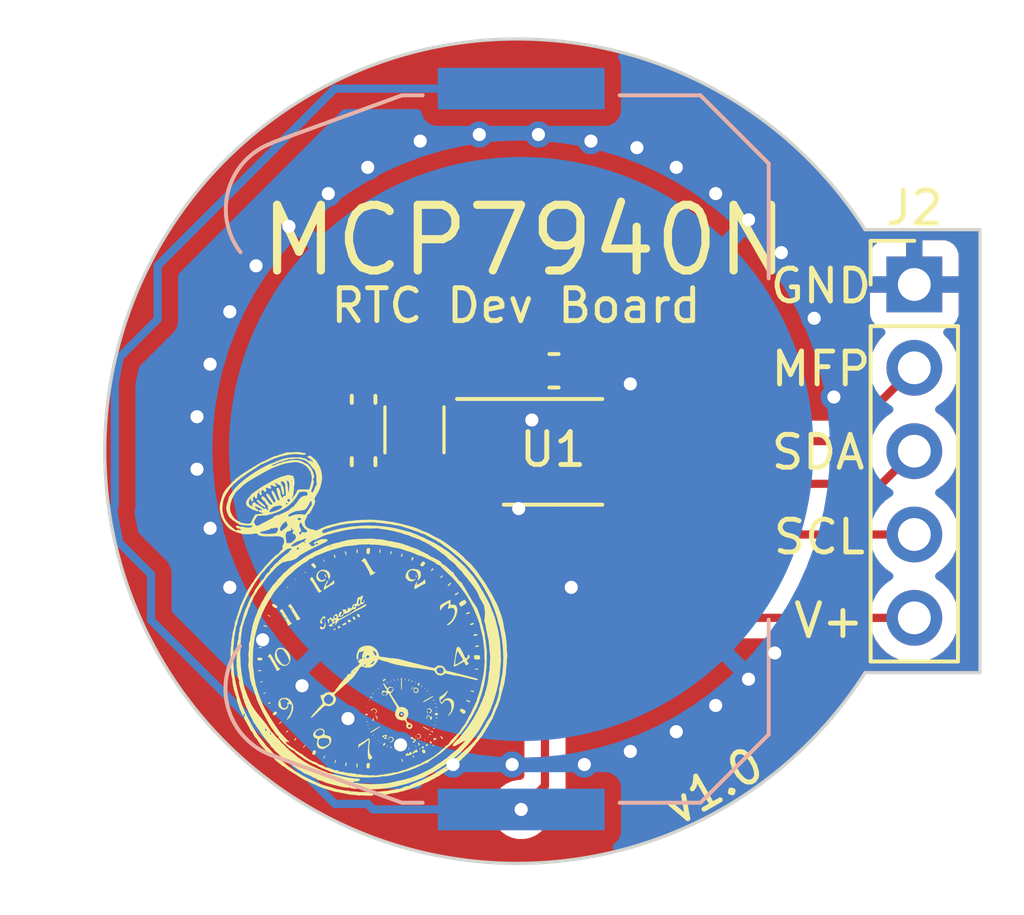
<source format=kicad_pcb>
(kicad_pcb (version 20221018) (generator pcbnew)
  (layers (0 "F.Cu" signal) (31 "B.Cu" signal) (34 "B.Paste" user) (35 "F.Paste" user) (36 "B.SilkS" user "B.Silkscreen") (37 "F.SilkS" user "F.Silkscreen") (38 "B.Mask" user) (39 "F.Mask" user) (44 "Edge.Cuts" user))
  (net 0 "")
  (net 1 "+BATT")
  (net 2 "GND")
  (net 3 "Net-(U1-X2)")
  (net 4 "Net-(U1-X1)")
  (net 5 "VCC")
  (net 6 "Net-(J2-Pin_2)")
  (net 7 "Net-(J2-Pin_3)")
  (net 8 "Net-(J2-Pin_4)")
  (footprint "Capacitor_SMD:C_0402_1005Metric" (layer "F.Cu") (at 146.475 102.57 -90)
    (fp_text reference "C1" hide)
    (fp_text value "14pF" hide)
    (pad "1" smd roundrect (at -0.48 0 270) (size 0.56 0.62) (layers "F.Cu" "F.Paste" "F.Mask") (net 3 "Net-(U1-X2)"))
    (pad "2" smd roundrect (at 0.48 0 270) (size 0.56 0.62) (layers "F.Cu" "F.Paste" "F.Mask") (net 2 "GND"))
  )
  (footprint "Package_SO:MSOP-8_3x3mm_P0.65mm" (layer "F.Cu") (at 152.245 102.27)
    (fp_text reference "U1" (at 0 -0.07) (layer "F.SilkS"))
    (fp_text value "MCP7940N-xMS" hide)
    (pad "1" smd roundrect (at -2.1125 -0.975) (size 1.625 0.4) (layers "F.Cu" "F.Paste" "F.Mask") (net 4 "Net-(U1-X1)"))
    (pad "2" smd roundrect (at -2.1125 -0.325) (size 1.625 0.4) (layers "F.Cu" "F.Paste" "F.Mask") (net 3 "Net-(U1-X2)"))
    (pad "3" smd roundrect (at -2.1125 0.325) (size 1.625 0.4) (layers "F.Cu" "F.Paste" "F.Mask") (net 1 "+BATT"))
    (pad "4" smd roundrect (at -2.1125 0.975) (size 1.625 0.4) (layers "F.Cu" "F.Paste" "F.Mask") (net 2 "GND"))
    (pad "5" smd roundrect (at 2.1125 0.975) (size 1.625 0.4) (layers "F.Cu" "F.Paste" "F.Mask") (net 7 "Net-(J2-Pin_3)"))
    (pad "6" smd roundrect (at 2.1125 0.325) (size 1.625 0.4) (layers "F.Cu" "F.Paste" "F.Mask") (net 8 "Net-(J2-Pin_4)"))
    (pad "7" smd roundrect (at 2.1125 -0.325) (size 1.625 0.4) (layers "F.Cu" "F.Paste" "F.Mask") (net 6 "Net-(J2-Pin_2)"))
    (pad "8" smd roundrect (at 2.1125 -0.975) (size 1.625 0.4) (layers "F.Cu" "F.Paste" "F.Mask") (net 5 "VCC"))
  )
  (footprint "Capacitor_SMD:C_0603_1608Metric" (layer "F.Cu") (at 152.275 99.8 180)
    (fp_text reference "C3" hide)
    (fp_text value "0.1uF" hide)
    (pad "1" smd roundrect (at -0.775 0 180) (size 0.9 0.95) (layers "F.Cu" "F.Paste" "F.Mask") (net 5 "VCC"))
    (pad "2" smd roundrect (at 0.775 0 180) (size 0.9 0.95) (layers "F.Cu" "F.Paste" "F.Mask") (net 2 "GND"))
  )
  (footprint "LOGO" (layer "F.Cu") (at 146 107.4 30)
    (fp_text reference "G***" hide)
    (fp_text value "LOGO" hide)
  )
  (footprint "MCP7940N-Devboard:Crystal_SMD_SeikoEpson_MA505-2Pin_3.5x1.8mm" (layer "F.Cu") (at 148.025 101.6 90)
    (fp_text reference "Y1" hide)
    (fp_text value "32.768 K HZ" hide)
    (pad "1" smd rect (at -1.25 0 90) (size 1 1.8) (layers "F.Cu" "F.Paste" "F.Mask") (net 3 "Net-(U1-X2)"))
    (pad "2" smd rect (at 1.25 0 90) (size 1 1.8) (layers "F.Cu" "F.Paste" "F.Mask") (net 4 "Net-(U1-X1)"))
  )
  (footprint "Capacitor_SMD:C_0402_1005Metric" (layer "F.Cu") (at 146.475 100.67 90)
    (fp_text reference "C2" hide)
    (fp_text value "14pF" hide)
    (pad "1" smd roundrect (at -0.48 0 90) (size 0.56 0.62) (layers "F.Cu" "F.Paste" "F.Mask") (net 4 "Net-(U1-X1)"))
    (pad "2" smd roundrect (at 0.48 0 90) (size 0.56 0.62) (layers "F.Cu" "F.Paste" "F.Mask") (net 2 "GND"))
  )
  (footprint "Connector_PinHeader_2.54mm:PinHeader_1x05_P2.54mm_Vertical" (layer "F.Cu") (at 163.25 97.17)
    (fp_text reference "J2" (at 0 -2.33) (layer "F.SilkS"))
    (fp_text value "Conn_01x05" hide)
    (pad "1" thru_hole rect (at 0 0) (size 1.7 1.7) (drill 1) (layers "*.Cu" "*.Mask") (net 2 "GND"))
    (pad "2" thru_hole oval (at 0 2.54) (size 1.7 1.7) (drill 1) (layers "*.Cu" "*.Mask") (net 6 "Net-(J2-Pin_2)"))
    (pad "3" thru_hole oval (at 0 5.08) (size 1.7 1.7) (drill 1) (layers "*.Cu" "*.Mask") (net 7 "Net-(J2-Pin_3)"))
    (pad "4" thru_hole oval (at 0 7.62) (size 1.7 1.7) (drill 1) (layers "*.Cu" "*.Mask") (net 8 "Net-(J2-Pin_4)"))
    (pad "5" thru_hole oval (at 0 10.16) (size 1.7 1.7) (drill 1) (layers "*.Cu" "*.Mask") (net 5 "VCC"))
  )
  (footprint "Battery:BatteryHolder_Keystone_3034_1x20mm" (layer "B.Cu") (at 151.275 102.185 90)
    (fp_text reference "BT1" hide)
    (fp_text value "Battery" hide)
    (pad "1" smd rect (at -10.985 0 90) (size 1.27 5.08) (layers "B.Cu" "B.Paste" "B.Mask") (net 1 "+BATT"))
    (pad "1" smd rect (at 10.985 0 90) (size 1.27 5.08) (layers "B.Cu" "B.Paste" "B.Mask") (net 1 "+BATT"))
    (pad "2" smd circle (at 0 0 90) (size 17.8 17.8) (layers "B.Cu" "B.Mask") (net 2 "GND"))
  )
  (gr_line (start 165.25 109) (end 161.75 109) (stroke (width 0.1)) (layer "Edge.Cuts"))
  (gr_line (start 165.25 95.5) (end 165.25 109) (stroke (width 0.1)) (layer "Edge.Cuts"))
  (gr_arc (start 161.75 109) (mid 138.5918 102.25) (end 161.75 95.5) (stroke (width 0.1)) (layer "Edge.Cuts"))
  (gr_line (start 161.75 95.5) (end 165.25 95.5) (stroke (width 0.1)) (layer "Edge.Cuts"))
  (gr_text "v1.0" (at 156 113.8 30) (layer "F.SilkS") (effects (font (size 1 1)) (justify left bottom)))
  (gr_text "MFP" (at 158.809469 100.3293) (layer "F.SilkS") (effects (font (size 1 1)) (justify left bottom)))
  (gr_text "GND" (at 158.783542 97.801388) (layer "F.SilkS") (effects (font (size 1 1)) (justify left bottom)))
  (gr_text "SDA" (at 158.815597 102.868774) (layer "F.SilkS") (effects (font (size 1 1)) (justify left bottom)))
  (gr_text "SCL" (at 158.877425 105.452703) (layer "F.SilkS") (effects (font (size 1 1)) (justify left bottom)))
  (gr_text "MCP7940N" (at 143.2 97) (layer "F.SilkS") (effects (font (size 2 2) (thickness 0.25)) (justify left bottom)))
  (gr_text "RTC Dev Board" (at 145.4 98.4) (layer "F.SilkS") (effects (font (size 1 1)) (justify left bottom)))
  (gr_text "V+" (at 159.5 108) (layer "F.SilkS") (effects (font (size 1 1)) (justify left bottom)))
  (segment (start 150.1325 102.595) (end 151.620305 102.595) (width 0.25) (layer "F.Cu") (net 1))
  (segment (start 151.620305 102.595) (end 152 102.974695) (width 0.25) (layer "F.Cu") (net 1))
  (segment (start 152 112.445) (end 151.275 113.17) (width 0.25) (layer "F.Cu") (net 1))
  (segment (start 152 102.974695) (end 152 112.445) (width 0.25) (layer "F.Cu") (net 1))
  (via (at 151.275 113.17) (size 0.8) (drill 0.4) (layers "F.Cu" "B.Cu") (net 1))
  (segment (start 140.2 98.230952) (end 139.059352 99.3716) (width 0.25) (layer "B.Cu") (net 1))
  (segment (start 139.036437 99.459646) (end 138.898039 100.149368) (width 0.25) (layer "B.Cu") (net 1))
  (segment (start 146.6 113) (end 146.77 113.17) (width 0.25) (layer "B.Cu") (net 1))
  (segment (start 151.275 91.2) (end 145.6 91.2) (width 0.25) (layer "B.Cu") (net 1))
  (segment (start 138.898039 103.910511) (end 138.843179 103.965371) (width 0.25) (layer "B.Cu") (net 1))
  (segment (start 140.2 96.6) (end 140.2 98.230952) (width 0.25) (layer "B.Cu") (net 1))
  (segment (start 145.6 113) (end 146.6 113) (width 0.25) (layer "B.Cu") (net 1))
  (segment (start 138.898039 104.350632) (end 139.036437 105.040354) (width 0.25) (layer "B.Cu") (net 1))
  (segment (start 138.898039 100.149368) (end 138.898039 103.910511) (width 0.25) (layer "B.Cu") (net 1))
  (segment (start 139.059352 99.3716) (end 139.036437 99.459646) (width 0.25) (layer "B.Cu") (net 1))
  (segment (start 145.6 91.2) (end 140.2 96.6) (width 0.25) (layer "B.Cu") (net 1))
  (segment (start 140 106.003917) (end 140 107.4) (width 0.25) (layer "B.Cu") (net 1))
  (segment (start 138.843179 103.965371) (end 138.898039 104.350632) (width 0.25) (layer "B.Cu") (net 1))
  (segment (start 146.77 113.17) (end 151.275 113.17) (width 0.25) (layer "B.Cu") (net 1))
  (segment (start 139.036437 105.040354) (end 140 106.003917) (width 0.25) (layer "B.Cu") (net 1))
  (segment (start 140 107.4) (end 145.6 113) (width 0.25) (layer "B.Cu") (net 1))
  (via (at 144.6 109.4) (size 0.8) (drill 0.4) (layers "F.Cu" "B.Cu") (net 2))
  (via (at 154.8 93) (size 0.8) (drill 0.4) (layers "F.Cu" "B.Cu") (net 2))
  (via (at 151.2 104) (size 0.8) (drill 0.4) (layers "F.Cu" "B.Cu") (net 2))
  (via (at 154.6 100.2) (size 0.8) (drill 0.4) (layers "F.Cu" "B.Cu") (net 2))
  (via (at 143.4 108) (size 0.8) (drill 0.4) (layers "F.Cu" "B.Cu") (net 2))
  (via (at 148.2 92.8) (size 0.8) (drill 0.4) (layers "F.Cu" "B.Cu") (net 2))
  (via (at 150 92.6) (size 0.8) (drill 0.4) (layers "F.Cu" "B.Cu") (net 2))
  (via (at 158.2 109.2) (size 0.8) (drill 0.4) (layers "F.Cu" "B.Cu") (net 2))
  (via (at 143.2 96.6) (size 0.8) (drill 0.4) (layers "F.Cu" "B.Cu") (net 2))
  (via (at 153.4 92.8) (size 0.8) (drill 0.4) (layers "F.Cu" "B.Cu") (net 2))
  (via (at 159.2 96.2) (size 0.8) (drill 0.4) (layers "F.Cu" "B.Cu") (net 2))
  (via (at 156 93.6) (size 0.8) (drill 0.4) (layers "F.Cu" "B.Cu") (net 2))
  (via (at 158.2 95.2) (size 0.8) (drill 0.4) (layers "F.Cu" "B.Cu") (net 2))
  (via (at 141.8 99.6) (size 0.8) (drill 0.4) (layers "F.Cu" "B.Cu") (net 2))
  (via (at 145.4 94.4) (size 0.8) (drill 0.4) (layers "F.Cu" "B.Cu") (net 2))
  (via (at 151 111.8) (size 0.8) (drill 0.4) (layers "F.Cu" "B.Cu") (net 2))
  (via (at 153.2 111.8) (size 0.8) (drill 0.4) (layers "F.Cu" "B.Cu") (net 2))
  (via (at 151.8 92.6) (size 0.8) (drill 0.4) (layers "F.Cu" "B.Cu") (net 2))
  (via (at 152.8 106.4) (size 0.8) (drill 0.4) (layers "F.Cu" "B.Cu") (net 2))
  (via (at 160.2 98.2) (size 0.8) (drill 0.4) (layers "F.Cu" "B.Cu") (net 2))
  (via (at 159 108.4) (size 0.8) (drill 0.4) (layers "F.Cu" "B.Cu") (net 2))
  (via (at 154.6 111.4) (size 0.8) (drill 0.4) (layers "F.Cu" "B.Cu") (net 2))
  (via (at 144.2 95.4) (size 0.8) (drill 0.4) (layers "F.Cu" "B.Cu") (net 2))
  (via (at 141.8 104.6) (size 0.8) (drill 0.4) (layers "F.Cu" "B.Cu") (net 2))
  (via (at 141.4 102.8) (size 0.8) (drill 0.4) (layers "F.Cu" "B.Cu") (net 2))
  (via (at 160.8 100.6) (size 0.8) (drill 0.4) (layers "F.Cu" "B.Cu") (net 2))
  (via (at 147.6 111.2) (size 0.8) (drill 0.4) (layers "F.Cu" "B.Cu") (net 2))
  (via (at 157.2 110) (size 0.8) (drill 0.4) (layers "F.Cu" "B.Cu") (net 2))
  (via (at 142.4 106.4) (size 0.8) (drill 0.4) (layers "F.Cu" "B.Cu") (net 2))
  (via (at 141.4 101.2) (size 0.8) (drill 0.4) (layers "F.Cu" "B.Cu") (net 2))
  (via (at 149.2 111.8) (size 0.8) (drill 0.4) (layers "F.Cu" "B.Cu") (net 2))
  (via (at 142.4 98) (size 0.8) (drill 0.4) (layers "F.Cu" "B.Cu") (net 2))
  (via (at 151.6 101.3) (size 0.8) (drill 0.4) (layers "F.Cu" "B.Cu") (net 2))
  (via (at 146.6 93.6) (size 0.8) (drill 0.4) (layers "F.Cu" "B.Cu") (net 2))
  (via (at 157.2 94.4) (size 0.8) (drill 0.4) (layers "F.Cu" "B.Cu") (net 2))
  (via (at 146 110.4) (size 0.8) (drill 0.4) (layers "F.Cu" "B.Cu") (net 2))
  (via (at 156 110.8) (size 0.8) (drill 0.4) (layers "F.Cu" "B.Cu") (net 2))
  (segment (start 148.025 102.85) (end 148.025 101.995) (width 0.25) (layer "F.Cu") (net 3))
  (segment (start 148.025 101.995) (end 147.975 101.945) (width 0.25) (layer "F.Cu") (net 3))
  (segment (start 146.62 101.945) (end 146.475 102.09) (width 0.25) (layer "F.Cu") (net 3))
  (segment (start 150.1325 101.945) (end 147.975 101.945) (width 0.25) (layer "F.Cu") (net 3))
  (segment (start 147.975 101.945) (end 146.62 101.945) (width 0.25) (layer "F.Cu") (net 3))
  (segment (start 150.1325 101.295) (end 147.975 101.295) (width 0.25) (layer "F.Cu") (net 4))
  (segment (start 146.62 101.295) (end 146.475 101.15) (width 0.25) (layer "F.Cu") (net 4))
  (segment (start 148.025 100.35) (end 148.025 101.245) (width 0.25) (layer "F.Cu") (net 4))
  (segment (start 147.975 101.295) (end 146.62 101.295) (width 0.25) (layer "F.Cu") (net 4))
  (segment (start 148.025 101.245) (end 147.975 101.295) (width 0.25) (layer "F.Cu") (net 4))
  (segment (start 153.05 99.8) (end 153.05 99.9875) (width 0.25) (layer "F.Cu") (net 5))
  (segment (start 154.3575 101.295) (end 153.593958 101.295) (width 0.25) (layer "F.Cu") (net 5))
  (segment (start 152.6 105) (end 154.93 107.33) (width 0.25) (layer "F.Cu") (net 5))
  (segment (start 154.93 107.33) (end 163.25 107.33) (width 0.25) (layer "F.Cu") (net 5))
  (segment (start 153.593958 101.295) (end 152.6 102.288958) (width 0.25) (layer "F.Cu") (net 5))
  (segment (start 152.6 102.288958) (end 152.6 105) (width 0.25) (layer "F.Cu") (net 5))
  (segment (start 153.05 99.9875) (end 154.3575 101.295) (width 0.25) (layer "F.Cu") (net 5))
  (segment (start 161.015 101.945) (end 163.25 99.71) (width 0.25) (layer "F.Cu") (net 6))
  (segment (start 154.3575 101.945) (end 161.015 101.945) (width 0.25) (layer "F.Cu") (net 6))
  (segment (start 162.255 103.245) (end 163.25 102.25) (width 0.25) (layer "F.Cu") (net 7))
  (segment (start 154.3575 103.245) (end 162.255 103.245) (width 0.25) (layer "F.Cu") (net 7))
  (segment (start 153.05 104.25) (end 153.59 104.79) (width 0.25) (layer "F.Cu") (net 8))
  (segment (start 153.59 104.79) (end 163.25 104.79) (width 0.25) (layer "F.Cu") (net 8))
  (segment (start 153.05 103.09) (end 153.05 104.25) (width 0.25) (layer "F.Cu") (net 8))
  (segment (start 153.545 102.595) (end 153.05 103.09) (width 0.25) (layer "F.Cu") (net 8))
  (segment (start 154.3575 102.595) (end 153.545 102.595) (width 0.25) (layer "F.Cu") (net 8))
  (zone (net 2) (net_name "GND") (layer "F.Cu") (connect_pads (clearance 0.5)) (min_thickness 0.25) (fill yes (thermal_gap 0.5) (thermal_bridge_width 0.5))
    (polygon (pts (xy 137.1 88.5) (xy 166.5 88.6) (xy 166.3 116.4) (xy 136.4 116.3)))
  )
  (zone (net 2) (net_name "GND") (layer "B.Cu") (priority 1) (connect_pads (clearance 0.5)) (min_thickness 0.25) (fill yes (thermal_gap 0.5) (thermal_bridge_width 0.5))
    (polygon (pts (xy 137 88.7) (xy 166.6 88.7) (xy 166.3 116.1) (xy 137.1 116.3) (xy 135.4 114.5)))
  )
)
</source>
